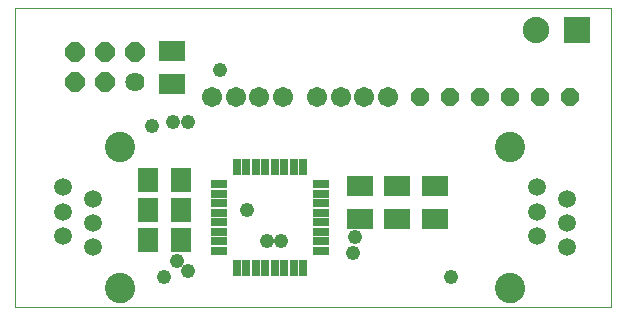
<source format=gbs>
G75*
G70*
%OFA0B0*%
%FSLAX24Y24*%
%IPPOS*%
%LPD*%
%AMOC8*
5,1,8,0,0,1.08239X$1,22.5*
%
%ADD10C,0.0000*%
%ADD11R,0.0580X0.0300*%
%ADD12R,0.0300X0.0580*%
%ADD13R,0.0867X0.0710*%
%ADD14OC8,0.0600*%
%ADD15C,0.0640*%
%ADD16OC8,0.0640*%
%ADD17R,0.0880X0.0880*%
%ADD18C,0.0880*%
%ADD19R,0.0710X0.0789*%
%ADD20C,0.0595*%
%ADD21C,0.1009*%
%ADD22C,0.0674*%
%ADD23C,0.0480*%
D10*
X000344Y002903D02*
X000344Y012899D01*
X020214Y012899D01*
X020214Y002903D01*
X000344Y002903D01*
X003379Y003541D02*
X003381Y003584D01*
X003387Y003626D01*
X003397Y003668D01*
X003410Y003709D01*
X003428Y003748D01*
X003449Y003786D01*
X003473Y003821D01*
X003500Y003854D01*
X003531Y003885D01*
X003564Y003912D01*
X003599Y003936D01*
X003637Y003957D01*
X003676Y003975D01*
X003717Y003988D01*
X003759Y003998D01*
X003801Y004004D01*
X003844Y004006D01*
X003887Y004004D01*
X003929Y003998D01*
X003971Y003988D01*
X004012Y003975D01*
X004051Y003957D01*
X004089Y003936D01*
X004124Y003912D01*
X004157Y003885D01*
X004188Y003854D01*
X004215Y003821D01*
X004239Y003786D01*
X004260Y003748D01*
X004278Y003709D01*
X004291Y003668D01*
X004301Y003626D01*
X004307Y003584D01*
X004309Y003541D01*
X004307Y003498D01*
X004301Y003456D01*
X004291Y003414D01*
X004278Y003373D01*
X004260Y003334D01*
X004239Y003296D01*
X004215Y003261D01*
X004188Y003228D01*
X004157Y003197D01*
X004124Y003170D01*
X004089Y003146D01*
X004051Y003125D01*
X004012Y003107D01*
X003971Y003094D01*
X003929Y003084D01*
X003887Y003078D01*
X003844Y003076D01*
X003801Y003078D01*
X003759Y003084D01*
X003717Y003094D01*
X003676Y003107D01*
X003637Y003125D01*
X003599Y003146D01*
X003564Y003170D01*
X003531Y003197D01*
X003500Y003228D01*
X003473Y003261D01*
X003449Y003296D01*
X003428Y003334D01*
X003410Y003373D01*
X003397Y003414D01*
X003387Y003456D01*
X003381Y003498D01*
X003379Y003541D01*
X003379Y008265D02*
X003381Y008308D01*
X003387Y008350D01*
X003397Y008392D01*
X003410Y008433D01*
X003428Y008472D01*
X003449Y008510D01*
X003473Y008545D01*
X003500Y008578D01*
X003531Y008609D01*
X003564Y008636D01*
X003599Y008660D01*
X003637Y008681D01*
X003676Y008699D01*
X003717Y008712D01*
X003759Y008722D01*
X003801Y008728D01*
X003844Y008730D01*
X003887Y008728D01*
X003929Y008722D01*
X003971Y008712D01*
X004012Y008699D01*
X004051Y008681D01*
X004089Y008660D01*
X004124Y008636D01*
X004157Y008609D01*
X004188Y008578D01*
X004215Y008545D01*
X004239Y008510D01*
X004260Y008472D01*
X004278Y008433D01*
X004291Y008392D01*
X004301Y008350D01*
X004307Y008308D01*
X004309Y008265D01*
X004307Y008222D01*
X004301Y008180D01*
X004291Y008138D01*
X004278Y008097D01*
X004260Y008058D01*
X004239Y008020D01*
X004215Y007985D01*
X004188Y007952D01*
X004157Y007921D01*
X004124Y007894D01*
X004089Y007870D01*
X004051Y007849D01*
X004012Y007831D01*
X003971Y007818D01*
X003929Y007808D01*
X003887Y007802D01*
X003844Y007800D01*
X003801Y007802D01*
X003759Y007808D01*
X003717Y007818D01*
X003676Y007831D01*
X003637Y007849D01*
X003599Y007870D01*
X003564Y007894D01*
X003531Y007921D01*
X003500Y007952D01*
X003473Y007985D01*
X003449Y008020D01*
X003428Y008058D01*
X003410Y008097D01*
X003397Y008138D01*
X003387Y008180D01*
X003381Y008222D01*
X003379Y008265D01*
X016379Y008265D02*
X016381Y008308D01*
X016387Y008350D01*
X016397Y008392D01*
X016410Y008433D01*
X016428Y008472D01*
X016449Y008510D01*
X016473Y008545D01*
X016500Y008578D01*
X016531Y008609D01*
X016564Y008636D01*
X016599Y008660D01*
X016637Y008681D01*
X016676Y008699D01*
X016717Y008712D01*
X016759Y008722D01*
X016801Y008728D01*
X016844Y008730D01*
X016887Y008728D01*
X016929Y008722D01*
X016971Y008712D01*
X017012Y008699D01*
X017051Y008681D01*
X017089Y008660D01*
X017124Y008636D01*
X017157Y008609D01*
X017188Y008578D01*
X017215Y008545D01*
X017239Y008510D01*
X017260Y008472D01*
X017278Y008433D01*
X017291Y008392D01*
X017301Y008350D01*
X017307Y008308D01*
X017309Y008265D01*
X017307Y008222D01*
X017301Y008180D01*
X017291Y008138D01*
X017278Y008097D01*
X017260Y008058D01*
X017239Y008020D01*
X017215Y007985D01*
X017188Y007952D01*
X017157Y007921D01*
X017124Y007894D01*
X017089Y007870D01*
X017051Y007849D01*
X017012Y007831D01*
X016971Y007818D01*
X016929Y007808D01*
X016887Y007802D01*
X016844Y007800D01*
X016801Y007802D01*
X016759Y007808D01*
X016717Y007818D01*
X016676Y007831D01*
X016637Y007849D01*
X016599Y007870D01*
X016564Y007894D01*
X016531Y007921D01*
X016500Y007952D01*
X016473Y007985D01*
X016449Y008020D01*
X016428Y008058D01*
X016410Y008097D01*
X016397Y008138D01*
X016387Y008180D01*
X016381Y008222D01*
X016379Y008265D01*
X016379Y003541D02*
X016381Y003584D01*
X016387Y003626D01*
X016397Y003668D01*
X016410Y003709D01*
X016428Y003748D01*
X016449Y003786D01*
X016473Y003821D01*
X016500Y003854D01*
X016531Y003885D01*
X016564Y003912D01*
X016599Y003936D01*
X016637Y003957D01*
X016676Y003975D01*
X016717Y003988D01*
X016759Y003998D01*
X016801Y004004D01*
X016844Y004006D01*
X016887Y004004D01*
X016929Y003998D01*
X016971Y003988D01*
X017012Y003975D01*
X017051Y003957D01*
X017089Y003936D01*
X017124Y003912D01*
X017157Y003885D01*
X017188Y003854D01*
X017215Y003821D01*
X017239Y003786D01*
X017260Y003748D01*
X017278Y003709D01*
X017291Y003668D01*
X017301Y003626D01*
X017307Y003584D01*
X017309Y003541D01*
X017307Y003498D01*
X017301Y003456D01*
X017291Y003414D01*
X017278Y003373D01*
X017260Y003334D01*
X017239Y003296D01*
X017215Y003261D01*
X017188Y003228D01*
X017157Y003197D01*
X017124Y003170D01*
X017089Y003146D01*
X017051Y003125D01*
X017012Y003107D01*
X016971Y003094D01*
X016929Y003084D01*
X016887Y003078D01*
X016844Y003076D01*
X016801Y003078D01*
X016759Y003084D01*
X016717Y003094D01*
X016676Y003107D01*
X016637Y003125D01*
X016599Y003146D01*
X016564Y003170D01*
X016531Y003197D01*
X016500Y003228D01*
X016473Y003261D01*
X016449Y003296D01*
X016428Y003334D01*
X016410Y003373D01*
X016397Y003414D01*
X016387Y003456D01*
X016381Y003498D01*
X016379Y003541D01*
D11*
X010534Y004800D03*
X010534Y005115D03*
X010534Y005430D03*
X010534Y005745D03*
X010534Y006060D03*
X010534Y006375D03*
X010534Y006690D03*
X010534Y007005D03*
X007154Y007005D03*
X007154Y006690D03*
X007154Y006375D03*
X007154Y006060D03*
X007154Y005745D03*
X007154Y005430D03*
X007154Y005115D03*
X007154Y004800D03*
D12*
X007742Y004213D03*
X008057Y004213D03*
X008372Y004213D03*
X008687Y004213D03*
X009002Y004213D03*
X009317Y004213D03*
X009632Y004213D03*
X009947Y004213D03*
X009947Y007593D03*
X009632Y007593D03*
X009317Y007593D03*
X009002Y007593D03*
X008687Y007593D03*
X008372Y007593D03*
X008057Y007593D03*
X007742Y007593D03*
D13*
X005594Y010352D03*
X005594Y011454D03*
X011844Y006954D03*
X013094Y006954D03*
X014344Y006954D03*
X014344Y005852D03*
X013094Y005852D03*
X011844Y005852D03*
D14*
X013844Y009903D03*
X014844Y009903D03*
X015844Y009903D03*
X016844Y009903D03*
X017844Y009903D03*
X018844Y009903D03*
D15*
X004344Y010403D03*
D16*
X003344Y010403D03*
X002344Y010403D03*
X002344Y011403D03*
X003344Y011403D03*
X004344Y011403D03*
D17*
X019094Y012153D03*
D18*
X017716Y012153D03*
D19*
X005895Y007153D03*
X004793Y007153D03*
X004793Y006153D03*
X005895Y006153D03*
X005895Y005153D03*
X004793Y005153D03*
D20*
X002939Y004903D03*
X002939Y005706D03*
X001939Y006100D03*
X001939Y006903D03*
X002939Y006509D03*
X001939Y005297D03*
X017750Y005297D03*
X018750Y004903D03*
X018750Y005706D03*
X017750Y006100D03*
X017750Y006903D03*
X018750Y006509D03*
D21*
X016844Y008265D03*
X016844Y003541D03*
X003844Y003541D03*
X003844Y008265D03*
D22*
X006913Y009903D03*
X007700Y009903D03*
X008488Y009903D03*
X009275Y009903D03*
X010413Y009903D03*
X011200Y009903D03*
X011988Y009903D03*
X012775Y009903D03*
D23*
X008084Y006143D03*
X008744Y005123D03*
X009224Y005123D03*
X011624Y004703D03*
X011684Y005243D03*
X014864Y003923D03*
X006104Y004103D03*
X005744Y004463D03*
X005324Y003923D03*
X004904Y008963D03*
X005624Y009083D03*
X006104Y009083D03*
X007184Y010823D03*
M02*

</source>
